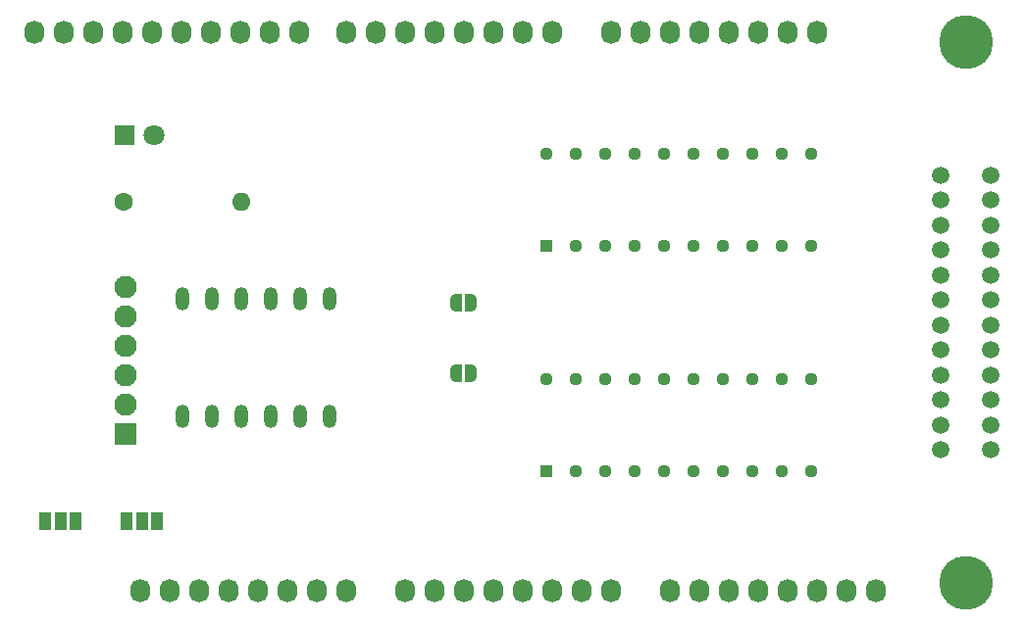
<source format=gbr>
%TF.GenerationSoftware,KiCad,Pcbnew,(6.0.0)*%
%TF.CreationDate,2022-01-18T23:45:24+00:00*%
%TF.ProjectId,AR488-Bluetooth,41523438-382d-4426-9c75-65746f6f7468,rev?*%
%TF.SameCoordinates,Original*%
%TF.FileFunction,Soldermask,Top*%
%TF.FilePolarity,Negative*%
%FSLAX46Y46*%
G04 Gerber Fmt 4.6, Leading zero omitted, Abs format (unit mm)*
G04 Created by KiCad (PCBNEW (6.0.0)) date 2022-01-18 23:45:24*
%MOMM*%
%LPD*%
G01*
G04 APERTURE LIST*
G04 Aperture macros list*
%AMFreePoly0*
4,1,22,0.500000,-0.750000,0.000000,-0.750000,0.000000,-0.745033,-0.079941,-0.743568,-0.215256,-0.701293,-0.333266,-0.622738,-0.424486,-0.514219,-0.481581,-0.384460,-0.499164,-0.250000,-0.500000,-0.250000,-0.500000,0.250000,-0.499164,0.250000,-0.499963,0.256109,-0.478152,0.396186,-0.417904,0.524511,-0.324060,0.630769,-0.204165,0.706417,-0.067858,0.745374,0.000000,0.744959,0.000000,0.750000,
0.500000,0.750000,0.500000,-0.750000,0.500000,-0.750000,$1*%
%AMFreePoly1*
4,1,20,0.000000,0.744959,0.073905,0.744508,0.209726,0.703889,0.328688,0.626782,0.421226,0.519385,0.479903,0.390333,0.500000,0.250000,0.500000,-0.250000,0.499851,-0.262216,0.476331,-0.402017,0.414519,-0.529596,0.319384,-0.634700,0.198574,-0.708877,0.061801,-0.746166,0.000000,-0.745033,0.000000,-0.750000,-0.500000,-0.750000,-0.500000,0.750000,0.000000,0.750000,0.000000,0.744959,
0.000000,0.744959,$1*%
G04 Aperture macros list end*
%ADD10O,1.727200X2.032000*%
%ADD11R,1.130000X1.130000*%
%ADD12C,1.130000*%
%ADD13FreePoly0,0.000000*%
%ADD14FreePoly1,0.000000*%
%ADD15O,1.200000X2.000000*%
%ADD16C,1.600000*%
%ADD17O,1.600000X1.600000*%
%ADD18C,1.500000*%
%ADD19C,4.650000*%
%ADD20R,1.950000X1.950000*%
%ADD21C,1.950000*%
%ADD22R,1.000000X1.500000*%
%ADD23R,1.800000X1.800000*%
%ADD24C,1.800000*%
G04 APERTURE END LIST*
D10*
%TO.C,P2*%
X131318000Y-119126000D03*
X133858000Y-119126000D03*
X136398000Y-119126000D03*
X138938000Y-119126000D03*
X141478000Y-119126000D03*
X144018000Y-119126000D03*
X146558000Y-119126000D03*
X149098000Y-119126000D03*
%TD*%
%TO.C,P3*%
X154178000Y-119126000D03*
X156718000Y-119126000D03*
X159258000Y-119126000D03*
X161798000Y-119126000D03*
X164338000Y-119126000D03*
X166878000Y-119126000D03*
X169418000Y-119126000D03*
X171958000Y-119126000D03*
%TD*%
%TO.C,P4*%
X177038000Y-119126000D03*
X179578000Y-119126000D03*
X182118000Y-119126000D03*
X184658000Y-119126000D03*
X187198000Y-119126000D03*
X189738000Y-119126000D03*
X192278000Y-119126000D03*
X194818000Y-119126000D03*
%TD*%
%TO.C,P5*%
X122174000Y-70866000D03*
X124714000Y-70866000D03*
X127254000Y-70866000D03*
X129794000Y-70866000D03*
X132334000Y-70866000D03*
X134874000Y-70866000D03*
X137414000Y-70866000D03*
X139954000Y-70866000D03*
X142494000Y-70866000D03*
X145034000Y-70866000D03*
%TD*%
%TO.C,P6*%
X149098000Y-70866000D03*
X151638000Y-70866000D03*
X154178000Y-70866000D03*
X156718000Y-70866000D03*
X159258000Y-70866000D03*
X161798000Y-70866000D03*
X164338000Y-70866000D03*
X166878000Y-70866000D03*
%TD*%
%TO.C,P7*%
X171958000Y-70866000D03*
X174498000Y-70866000D03*
X177038000Y-70866000D03*
X179578000Y-70866000D03*
X182118000Y-70866000D03*
X184658000Y-70866000D03*
X187198000Y-70866000D03*
X189738000Y-70866000D03*
%TD*%
D11*
%TO.C,U2*%
X166368000Y-89296800D03*
D12*
X168908000Y-89296800D03*
X171448000Y-89296800D03*
X173988000Y-89296800D03*
X176528000Y-89296800D03*
X179068000Y-89296800D03*
X181608000Y-89296800D03*
X184148000Y-89296800D03*
X186688000Y-89296800D03*
X189228000Y-89296800D03*
X189228000Y-81356800D03*
X186688000Y-81356800D03*
X184148000Y-81356800D03*
X181608000Y-81356800D03*
X179068000Y-81356800D03*
X176528000Y-81356800D03*
X173988000Y-81356800D03*
X171448000Y-81356800D03*
X168908000Y-81356800D03*
X166368000Y-81356800D03*
%TD*%
D11*
%TO.C,U1*%
X166368000Y-108736800D03*
D12*
X168908000Y-108736800D03*
X171448000Y-108736800D03*
X173988000Y-108736800D03*
X176528000Y-108736800D03*
X179068000Y-108736800D03*
X181608000Y-108736800D03*
X184148000Y-108736800D03*
X186688000Y-108736800D03*
X189228000Y-108736800D03*
X189228000Y-100796800D03*
X186688000Y-100796800D03*
X184148000Y-100796800D03*
X181608000Y-100796800D03*
X179068000Y-100796800D03*
X176528000Y-100796800D03*
X173988000Y-100796800D03*
X171448000Y-100796800D03*
X168908000Y-100796800D03*
X166368000Y-100796800D03*
%TD*%
D13*
%TO.C,JP2*%
X158582600Y-94234000D03*
D14*
X159882600Y-94234000D03*
%TD*%
D13*
%TO.C,JP1*%
X158582600Y-100304600D03*
D14*
X159882600Y-100304600D03*
%TD*%
D15*
%TO.C,U3*%
X147624800Y-93853000D03*
X145084800Y-93853000D03*
X142544800Y-93853000D03*
X140004800Y-93853000D03*
X137464800Y-93853000D03*
X134924800Y-93853000D03*
X134924800Y-104013000D03*
X137464800Y-104013000D03*
X140004800Y-104013000D03*
X142544800Y-104013000D03*
X145084800Y-104013000D03*
X147624800Y-104013000D03*
%TD*%
D16*
%TO.C,R1*%
X129870200Y-85471000D03*
D17*
X140030200Y-85471000D03*
%TD*%
D18*
%TO.C,J1*%
X200436800Y-106926800D03*
X200436800Y-104766800D03*
X200436800Y-102606800D03*
X200436800Y-100446800D03*
X200436800Y-98286800D03*
X200436800Y-96126800D03*
X200436800Y-93966800D03*
X200436800Y-91806800D03*
X200436800Y-89646800D03*
X200436800Y-87486800D03*
X200436800Y-85326800D03*
X200436800Y-83166800D03*
X204726800Y-106926800D03*
X204726800Y-104766800D03*
X204726800Y-102606800D03*
X204726800Y-100446800D03*
X204726800Y-98286800D03*
X204726800Y-96126800D03*
X204726800Y-93966800D03*
X204726800Y-91806800D03*
X204726800Y-89646800D03*
X204726800Y-87486800D03*
X204726800Y-85326800D03*
X204726800Y-83166800D03*
D19*
X202581800Y-118446800D03*
X202581800Y-71646800D03*
%TD*%
D20*
%TO.C,J3*%
X130073400Y-105562400D03*
D21*
X130073400Y-103022400D03*
X130073400Y-100482400D03*
X130073400Y-97942400D03*
X130073400Y-95402400D03*
X130073400Y-92862400D03*
%TD*%
D22*
%TO.C,JP3*%
X123134594Y-113080800D03*
X124434594Y-113080800D03*
X125734594Y-113080800D03*
%TD*%
D23*
%TO.C,D1*%
X129970200Y-79730600D03*
D24*
X132510200Y-79730600D03*
%TD*%
D22*
%TO.C,JP4*%
X130144994Y-113080800D03*
X131444994Y-113080800D03*
X132744994Y-113080800D03*
%TD*%
M02*

</source>
